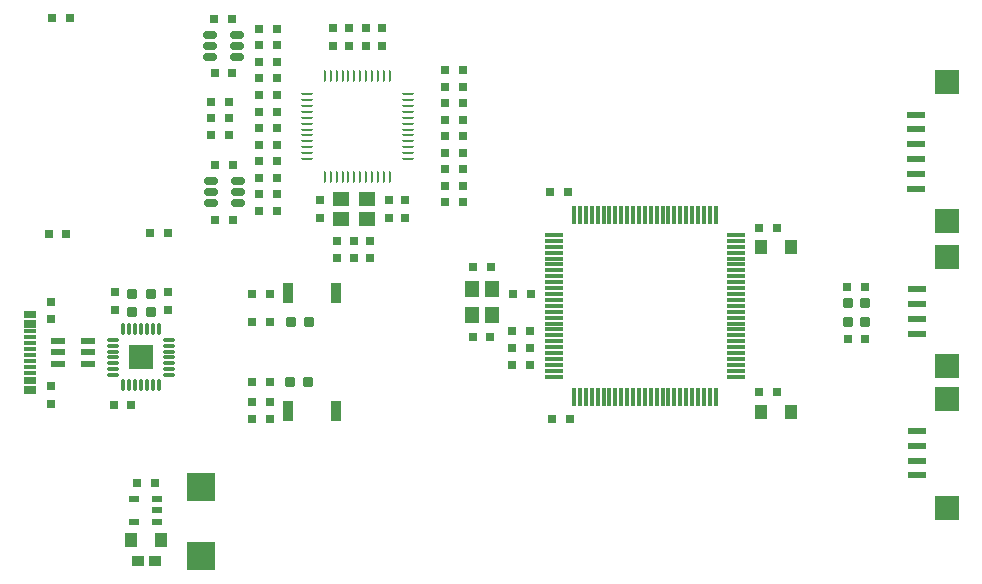
<source format=gtp>
G04*
G04 #@! TF.GenerationSoftware,Altium Limited,Altium Designer,20.0.12 (288)*
G04*
G04 Layer_Color=8421504*
%FSLAX44Y44*%
%MOMM*%
G71*
G01*
G75*
%ADD15R,1.1400X0.3000*%
%ADD16R,0.8000X0.8000*%
%ADD17R,1.0000X1.3000*%
%ADD18R,2.4000X2.4000*%
G04:AMPARAMS|DCode=19|XSize=0.91mm|YSize=0.83mm|CornerRadius=0.22mm|HoleSize=0mm|Usage=FLASHONLY|Rotation=0.000|XOffset=0mm|YOffset=0mm|HoleType=Round|Shape=RoundedRectangle|*
%AMROUNDEDRECTD19*
21,1,0.9100,0.3901,0,0,0.0*
21,1,0.4701,0.8300,0,0,0.0*
1,1,0.4399,0.2351,-0.1951*
1,1,0.4399,-0.2351,-0.1951*
1,1,0.4399,-0.2351,0.1951*
1,1,0.4399,0.2351,0.1951*
%
%ADD19ROUNDEDRECTD19*%
%ADD20R,1.5000X0.5000*%
%ADD21R,2.0000X2.0000*%
G04:AMPARAMS|DCode=22|XSize=0.6mm|YSize=1.2mm|CornerRadius=0.15mm|HoleSize=0mm|Usage=FLASHONLY|Rotation=270.000|XOffset=0mm|YOffset=0mm|HoleType=Round|Shape=RoundedRectangle|*
%AMROUNDEDRECTD22*
21,1,0.6000,0.9000,0,0,270.0*
21,1,0.3000,1.2000,0,0,270.0*
1,1,0.3000,-0.4500,-0.1500*
1,1,0.3000,-0.4500,0.1500*
1,1,0.3000,0.4500,0.1500*
1,1,0.3000,0.4500,-0.1500*
%
%ADD22ROUNDEDRECTD22*%
%ADD23R,0.8000X0.8000*%
%ADD24R,1.4000X1.2000*%
%ADD25R,0.9000X1.7000*%
G04:AMPARAMS|DCode=26|XSize=1.21mm|YSize=0.59mm|CornerRadius=0.0738mm|HoleSize=0mm|Usage=FLASHONLY|Rotation=0.000|XOffset=0mm|YOffset=0mm|HoleType=Round|Shape=RoundedRectangle|*
%AMROUNDEDRECTD26*
21,1,1.2100,0.4425,0,0,0.0*
21,1,1.0625,0.5900,0,0,0.0*
1,1,0.1475,0.5313,-0.2213*
1,1,0.1475,-0.5313,-0.2213*
1,1,0.1475,-0.5313,0.2213*
1,1,0.1475,0.5313,0.2213*
%
%ADD26ROUNDEDRECTD26*%
%ADD27R,1.2000X1.4000*%
G04:AMPARAMS|DCode=28|XSize=0.91mm|YSize=0.83mm|CornerRadius=0.22mm|HoleSize=0mm|Usage=FLASHONLY|Rotation=270.000|XOffset=0mm|YOffset=0mm|HoleType=Round|Shape=RoundedRectangle|*
%AMROUNDEDRECTD28*
21,1,0.9100,0.3901,0,0,270.0*
21,1,0.4701,0.8300,0,0,270.0*
1,1,0.4399,-0.1951,-0.2351*
1,1,0.4399,-0.1951,0.2351*
1,1,0.4399,0.1951,0.2351*
1,1,0.4399,0.1951,-0.2351*
%
%ADD28ROUNDEDRECTD28*%
G04:AMPARAMS|DCode=29|XSize=1.56mm|YSize=0.28mm|CornerRadius=0.07mm|HoleSize=0mm|Usage=FLASHONLY|Rotation=90.000|XOffset=0mm|YOffset=0mm|HoleType=Round|Shape=RoundedRectangle|*
%AMROUNDEDRECTD29*
21,1,1.5600,0.1400,0,0,90.0*
21,1,1.4200,0.2800,0,0,90.0*
1,1,0.1400,0.0700,0.7100*
1,1,0.1400,0.0700,-0.7100*
1,1,0.1400,-0.0700,-0.7100*
1,1,0.1400,-0.0700,0.7100*
%
%ADD29ROUNDEDRECTD29*%
G04:AMPARAMS|DCode=30|XSize=1.56mm|YSize=0.28mm|CornerRadius=0.07mm|HoleSize=0mm|Usage=FLASHONLY|Rotation=0.000|XOffset=0mm|YOffset=0mm|HoleType=Round|Shape=RoundedRectangle|*
%AMROUNDEDRECTD30*
21,1,1.5600,0.1400,0,0,0.0*
21,1,1.4200,0.2800,0,0,0.0*
1,1,0.1400,0.7100,-0.0700*
1,1,0.1400,-0.7100,-0.0700*
1,1,0.1400,-0.7100,0.0700*
1,1,0.1400,0.7100,0.0700*
%
%ADD30ROUNDEDRECTD30*%
G04:AMPARAMS|DCode=31|XSize=0.24mm|YSize=1mm|CornerRadius=0.06mm|HoleSize=0mm|Usage=FLASHONLY|Rotation=0.000|XOffset=0mm|YOffset=0mm|HoleType=Round|Shape=RoundedRectangle|*
%AMROUNDEDRECTD31*
21,1,0.2400,0.8800,0,0,0.0*
21,1,0.1200,1.0000,0,0,0.0*
1,1,0.1200,0.0600,-0.4400*
1,1,0.1200,-0.0600,-0.4400*
1,1,0.1200,-0.0600,0.4400*
1,1,0.1200,0.0600,0.4400*
%
%ADD31ROUNDEDRECTD31*%
G04:AMPARAMS|DCode=32|XSize=0.24mm|YSize=1mm|CornerRadius=0.06mm|HoleSize=0mm|Usage=FLASHONLY|Rotation=270.000|XOffset=0mm|YOffset=0mm|HoleType=Round|Shape=RoundedRectangle|*
%AMROUNDEDRECTD32*
21,1,0.2400,0.8800,0,0,270.0*
21,1,0.1200,1.0000,0,0,270.0*
1,1,0.1200,-0.4400,-0.0600*
1,1,0.1200,-0.4400,0.0600*
1,1,0.1200,0.4400,0.0600*
1,1,0.1200,0.4400,-0.0600*
%
%ADD32ROUNDEDRECTD32*%
%ADD33R,1.0000X0.9700*%
%ADD34R,2.0000X2.0000*%
G04:AMPARAMS|DCode=35|XSize=0.97mm|YSize=0.26mm|CornerRadius=0.0325mm|HoleSize=0mm|Usage=FLASHONLY|Rotation=0.000|XOffset=0mm|YOffset=0mm|HoleType=Round|Shape=RoundedRectangle|*
%AMROUNDEDRECTD35*
21,1,0.9700,0.1950,0,0,0.0*
21,1,0.9050,0.2600,0,0,0.0*
1,1,0.0650,0.4525,-0.0975*
1,1,0.0650,-0.4525,-0.0975*
1,1,0.0650,-0.4525,0.0975*
1,1,0.0650,0.4525,0.0975*
%
%ADD35ROUNDEDRECTD35*%
G04:AMPARAMS|DCode=36|XSize=0.97mm|YSize=0.26mm|CornerRadius=0.0325mm|HoleSize=0mm|Usage=FLASHONLY|Rotation=90.000|XOffset=0mm|YOffset=0mm|HoleType=Round|Shape=RoundedRectangle|*
%AMROUNDEDRECTD36*
21,1,0.9700,0.1950,0,0,90.0*
21,1,0.9050,0.2600,0,0,90.0*
1,1,0.0650,0.0975,0.4525*
1,1,0.0650,0.0975,-0.4525*
1,1,0.0650,-0.0975,-0.4525*
1,1,0.0650,-0.0975,0.4525*
%
%ADD36ROUNDEDRECTD36*%
%ADD37R,0.9000X0.6000*%
D15*
X656718Y768004D02*
D03*
Y773004D02*
D03*
Y778004D02*
D03*
Y783004D02*
D03*
Y788004D02*
D03*
Y791004D02*
D03*
Y796004D02*
D03*
Y799004D02*
D03*
Y763004D02*
D03*
Y758004D02*
D03*
Y753004D02*
D03*
Y748004D02*
D03*
Y743004D02*
D03*
Y740004D02*
D03*
Y735004D02*
D03*
Y732004D02*
D03*
D16*
X1065000Y783000D02*
D03*
X1080000D02*
D03*
X1065000Y769000D02*
D03*
X1080000D02*
D03*
X1065000Y755000D02*
D03*
X1080000D02*
D03*
X1289223Y731500D02*
D03*
X1274222D02*
D03*
X850732Y927000D02*
D03*
X865732D02*
D03*
X850732Y941000D02*
D03*
X865732D02*
D03*
Y1025250D02*
D03*
X850732D02*
D03*
X850750Y969000D02*
D03*
X865750D02*
D03*
X825000Y977500D02*
D03*
X810000D02*
D03*
X865732Y899250D02*
D03*
X850732D02*
D03*
X828483Y924250D02*
D03*
X813483D02*
D03*
X828483Y877750D02*
D03*
X813483D02*
D03*
X865732Y913250D02*
D03*
X850732D02*
D03*
Y1011250D02*
D03*
X865732D02*
D03*
X812732Y1047500D02*
D03*
X827732D02*
D03*
X810000Y963750D02*
D03*
X825000D02*
D03*
X812982Y1001500D02*
D03*
X827982D02*
D03*
X773500Y866250D02*
D03*
X758500D02*
D03*
X850732Y983000D02*
D03*
X865732D02*
D03*
X850750Y955000D02*
D03*
X865750D02*
D03*
X1007982Y892500D02*
D03*
X1022982D02*
D03*
X1007982Y906500D02*
D03*
X1022982D02*
D03*
X1007982Y920500D02*
D03*
X1022982D02*
D03*
X1007982Y934500D02*
D03*
X1022982D02*
D03*
X1007982Y948500D02*
D03*
X1022982D02*
D03*
X1007982Y962250D02*
D03*
X1022982D02*
D03*
X1007982Y976250D02*
D03*
X1022982D02*
D03*
X1007982Y1004000D02*
D03*
X1022982D02*
D03*
X1007982Y990250D02*
D03*
X1022982D02*
D03*
X859500Y791000D02*
D03*
X844500D02*
D03*
X1097250Y901000D02*
D03*
X1112250D02*
D03*
X1031280Y778360D02*
D03*
X1046280D02*
D03*
X1046780Y837610D02*
D03*
X1031780D02*
D03*
X1065500Y814500D02*
D03*
X1080500D02*
D03*
X1098750Y708500D02*
D03*
X1113750D02*
D03*
X1289223Y871000D02*
D03*
X1274222D02*
D03*
X859500Y740000D02*
D03*
X844500D02*
D03*
X1348850Y777000D02*
D03*
X1363850D02*
D03*
X1348750Y821000D02*
D03*
X1363750D02*
D03*
X859430Y708930D02*
D03*
X844430D02*
D03*
Y815066D02*
D03*
X859430D02*
D03*
X844430Y722930D02*
D03*
X859430D02*
D03*
X850732Y997250D02*
D03*
X865732D02*
D03*
X850732Y1039250D02*
D03*
X865732D02*
D03*
X687500Y865750D02*
D03*
X672500D02*
D03*
X690500Y1048250D02*
D03*
X675500D02*
D03*
X865732Y885250D02*
D03*
X850732D02*
D03*
X825000Y949750D02*
D03*
X810000D02*
D03*
X727500Y721000D02*
D03*
X742500D02*
D03*
X762500Y655000D02*
D03*
X747500D02*
D03*
D17*
X1275500Y715250D02*
D03*
X1300500D02*
D03*
X1275500Y854750D02*
D03*
X1300500D02*
D03*
X742500Y606250D02*
D03*
X767500D02*
D03*
D18*
X801000Y651000D02*
D03*
Y593000D02*
D03*
D19*
X1348850Y790750D02*
D03*
X1363850D02*
D03*
X1348850Y807250D02*
D03*
X1363850D02*
D03*
X877500Y791000D02*
D03*
X892500D02*
D03*
X877000Y740250D02*
D03*
X892000D02*
D03*
D20*
X1407123Y966560D02*
D03*
Y954060D02*
D03*
Y941560D02*
D03*
Y929060D02*
D03*
Y916560D02*
D03*
Y904060D02*
D03*
X1407310Y661260D02*
D03*
Y673760D02*
D03*
Y686260D02*
D03*
Y698760D02*
D03*
Y781270D02*
D03*
Y793770D02*
D03*
Y806270D02*
D03*
Y818770D02*
D03*
D21*
X1432923Y876560D02*
D03*
Y994060D02*
D03*
X1433110Y726260D02*
D03*
Y633760D02*
D03*
Y846270D02*
D03*
Y753770D02*
D03*
D22*
X809482Y910500D02*
D03*
Y901000D02*
D03*
Y891500D02*
D03*
X832483D02*
D03*
Y901000D02*
D03*
Y910500D02*
D03*
X808732Y1034000D02*
D03*
Y1024500D02*
D03*
Y1015000D02*
D03*
X831732D02*
D03*
Y1024500D02*
D03*
Y1034000D02*
D03*
D23*
X902483Y879000D02*
D03*
Y894000D02*
D03*
X974232D02*
D03*
Y879000D02*
D03*
X728750Y816250D02*
D03*
Y801250D02*
D03*
X773250Y816500D02*
D03*
Y801500D02*
D03*
X954482Y1039750D02*
D03*
Y1024750D02*
D03*
X960232Y894000D02*
D03*
Y879000D02*
D03*
X940732Y1039750D02*
D03*
Y1024750D02*
D03*
X930732Y845000D02*
D03*
Y860000D02*
D03*
X926732Y1039750D02*
D03*
Y1024750D02*
D03*
X944733Y845000D02*
D03*
Y860000D02*
D03*
X916732Y845000D02*
D03*
Y860000D02*
D03*
X912732Y1039750D02*
D03*
Y1024750D02*
D03*
X674500Y793250D02*
D03*
Y808250D02*
D03*
X674750Y721750D02*
D03*
Y736750D02*
D03*
D24*
X919983Y878000D02*
D03*
X941982D02*
D03*
Y895000D02*
D03*
X919983D02*
D03*
D25*
X874680Y815180D02*
D03*
X915680D02*
D03*
X874680Y715930D02*
D03*
X915680D02*
D03*
D26*
X680450Y774750D02*
D03*
Y765250D02*
D03*
Y755750D02*
D03*
X705550D02*
D03*
Y765250D02*
D03*
Y774750D02*
D03*
D27*
X1030530Y818860D02*
D03*
Y796860D02*
D03*
X1047530D02*
D03*
Y818860D02*
D03*
D28*
X759200Y814500D02*
D03*
Y799500D02*
D03*
X742750Y814500D02*
D03*
Y799500D02*
D03*
D29*
X1117200Y881550D02*
D03*
X1122200D02*
D03*
X1127200D02*
D03*
X1132200D02*
D03*
X1137200D02*
D03*
X1142200D02*
D03*
X1147200D02*
D03*
X1152200D02*
D03*
X1157200D02*
D03*
X1162200D02*
D03*
X1167200D02*
D03*
X1172200D02*
D03*
X1177200D02*
D03*
X1182200D02*
D03*
X1187200D02*
D03*
X1192200D02*
D03*
X1197200D02*
D03*
X1202200D02*
D03*
X1207200D02*
D03*
X1212200D02*
D03*
X1217200D02*
D03*
X1222200D02*
D03*
X1227200D02*
D03*
X1232200D02*
D03*
X1237200D02*
D03*
Y727950D02*
D03*
X1232200D02*
D03*
X1227200D02*
D03*
X1222200D02*
D03*
X1217200D02*
D03*
X1212200D02*
D03*
X1207200D02*
D03*
X1202200D02*
D03*
X1197200D02*
D03*
X1192200D02*
D03*
X1187200D02*
D03*
X1182200D02*
D03*
X1177200D02*
D03*
X1172200D02*
D03*
X1167200D02*
D03*
X1162200D02*
D03*
X1157200D02*
D03*
X1152200D02*
D03*
X1147200D02*
D03*
X1142200D02*
D03*
X1137200D02*
D03*
X1132200D02*
D03*
X1127200D02*
D03*
X1122200D02*
D03*
X1117200D02*
D03*
D30*
X1254000Y864750D02*
D03*
Y859750D02*
D03*
Y854750D02*
D03*
Y849750D02*
D03*
Y844750D02*
D03*
Y839750D02*
D03*
Y834750D02*
D03*
Y829750D02*
D03*
Y824750D02*
D03*
Y819750D02*
D03*
Y814750D02*
D03*
Y809750D02*
D03*
Y804750D02*
D03*
Y799750D02*
D03*
Y794750D02*
D03*
Y789750D02*
D03*
Y784750D02*
D03*
Y779750D02*
D03*
Y774750D02*
D03*
Y769750D02*
D03*
Y764750D02*
D03*
Y759750D02*
D03*
Y754750D02*
D03*
Y749750D02*
D03*
Y744750D02*
D03*
X1100400D02*
D03*
Y749750D02*
D03*
Y754750D02*
D03*
Y759750D02*
D03*
Y764750D02*
D03*
Y769750D02*
D03*
Y774750D02*
D03*
Y779750D02*
D03*
Y784750D02*
D03*
Y789750D02*
D03*
Y794750D02*
D03*
Y799750D02*
D03*
Y804750D02*
D03*
Y809750D02*
D03*
Y814750D02*
D03*
Y819750D02*
D03*
Y824750D02*
D03*
Y829750D02*
D03*
Y834750D02*
D03*
Y839750D02*
D03*
Y844750D02*
D03*
Y849750D02*
D03*
Y854750D02*
D03*
Y859750D02*
D03*
Y864750D02*
D03*
D31*
X961232Y999000D02*
D03*
X956232D02*
D03*
X951232D02*
D03*
X946232D02*
D03*
X941233D02*
D03*
X936233D02*
D03*
X931233D02*
D03*
X926233D02*
D03*
X921233D02*
D03*
X916233D02*
D03*
X911233D02*
D03*
X906233D02*
D03*
Y914000D02*
D03*
X911233D02*
D03*
X916233D02*
D03*
X921233D02*
D03*
X926233D02*
D03*
X931233D02*
D03*
X936233D02*
D03*
X941233D02*
D03*
X946232D02*
D03*
X951232D02*
D03*
X956232D02*
D03*
X961232D02*
D03*
D32*
X891233Y984000D02*
D03*
Y979000D02*
D03*
Y974000D02*
D03*
Y969000D02*
D03*
Y964000D02*
D03*
Y959000D02*
D03*
Y954000D02*
D03*
Y949000D02*
D03*
Y944000D02*
D03*
Y939000D02*
D03*
Y934000D02*
D03*
Y929000D02*
D03*
X976232D02*
D03*
Y934000D02*
D03*
Y939000D02*
D03*
Y944000D02*
D03*
Y949000D02*
D03*
Y954000D02*
D03*
Y959000D02*
D03*
Y964000D02*
D03*
Y969000D02*
D03*
Y974000D02*
D03*
Y979000D02*
D03*
Y984000D02*
D03*
D33*
X748050Y589000D02*
D03*
X762750D02*
D03*
D34*
X750750Y761000D02*
D03*
D35*
X774450Y776000D02*
D03*
Y771000D02*
D03*
Y766000D02*
D03*
Y761000D02*
D03*
Y756000D02*
D03*
Y751000D02*
D03*
Y746000D02*
D03*
X727050D02*
D03*
Y751000D02*
D03*
Y756000D02*
D03*
Y761000D02*
D03*
Y766000D02*
D03*
Y771000D02*
D03*
Y776000D02*
D03*
D36*
X735750Y784700D02*
D03*
X740750D02*
D03*
X745750D02*
D03*
X750750D02*
D03*
X755750D02*
D03*
X760750D02*
D03*
X765750D02*
D03*
Y737300D02*
D03*
X760750D02*
D03*
X755750D02*
D03*
X750750D02*
D03*
X745750D02*
D03*
X740750D02*
D03*
X735750D02*
D03*
D37*
X764250Y631500D02*
D03*
Y641000D02*
D03*
Y622000D02*
D03*
X744250D02*
D03*
Y641000D02*
D03*
M02*

</source>
